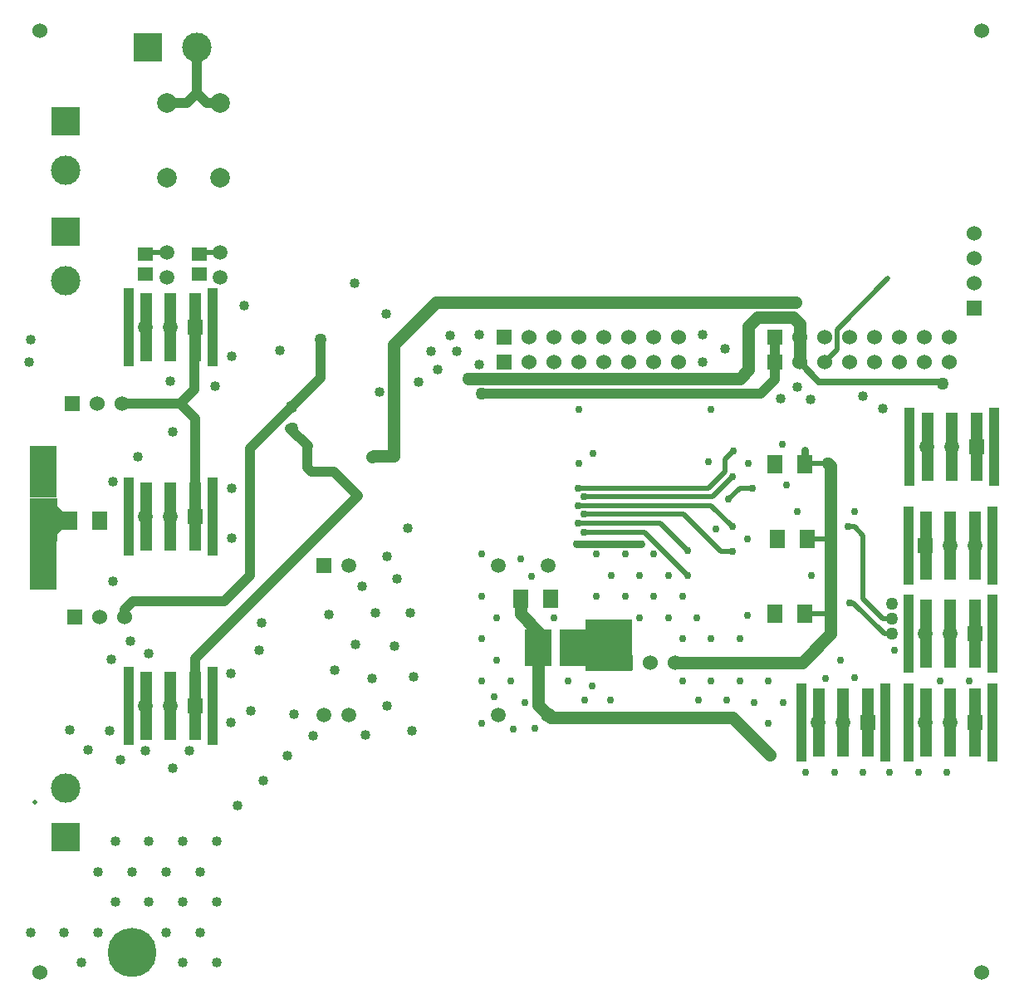
<source format=gbr>
G04 Layer_Physical_Order=1*
G04 Layer_Color=255*
%FSLAX25Y25*%
%MOIN*%
%TF.FileFunction,Copper,L1,Top,Signal*%
%TF.Part,Single*%
G01*
G75*
%TA.AperFunction,SMDPad,CuDef*%
%ADD10R,0.05905X0.07480*%
%ADD11R,0.10709X0.14843*%
%ADD12R,0.04882X0.27559*%
%ADD13R,0.04331X0.31496*%
%TA.AperFunction,ConnectorPad*%
%ADD14R,0.04882X0.27559*%
%ADD15R,0.04331X0.31496*%
%TA.AperFunction,SMDPad,CuDef*%
%ADD16R,0.05905X0.05512*%
%TA.AperFunction,Conductor*%
%ADD17C,0.02000*%
%ADD18C,0.05000*%
%ADD19C,0.02500*%
%ADD20C,0.04000*%
%ADD21C,0.03000*%
%ADD22R,0.19000X0.21000*%
%ADD23R,0.11000X0.19500*%
%ADD24R,0.11000X0.21000*%
%TA.AperFunction,ComponentPad*%
%ADD25R,0.06000X0.06000*%
%ADD26C,0.06000*%
%TA.AperFunction,WasherPad*%
%ADD27C,0.06000*%
%TA.AperFunction,ViaPad*%
%ADD28C,0.19685*%
%TA.AperFunction,ComponentPad*%
%ADD29R,0.11811X0.11811*%
%ADD30C,0.11811*%
%ADD31R,0.11811X0.11811*%
%ADD32C,0.05905*%
%ADD33R,0.05905X0.05905*%
%ADD34R,0.06000X0.06000*%
%ADD35R,0.05905X0.05905*%
%ADD36C,0.07874*%
%TA.AperFunction,ViaPad*%
%ADD37C,0.05000*%
%ADD38C,0.04000*%
%ADD39C,0.03000*%
%ADD40C,0.02000*%
G36*
X14600Y167800D02*
X17100Y165300D01*
X17100Y158615D01*
X14600Y156115D01*
Y153300D01*
X3600Y153300D01*
Y170800D01*
X14600D01*
X14600Y167800D01*
D02*
G37*
D10*
X31702Y161800D02*
D03*
X19498D02*
D03*
X212702Y130300D02*
D03*
X200498D02*
D03*
X302498Y184268D02*
D03*
X314702D02*
D03*
X303498Y154300D02*
D03*
X315702D02*
D03*
X302498Y124300D02*
D03*
X314702D02*
D03*
D11*
X221568Y110800D02*
D03*
X207631D02*
D03*
D12*
X60100Y239300D02*
D03*
X69943D02*
D03*
X50258D02*
D03*
X60100Y163350D02*
D03*
X69943D02*
D03*
X50258D02*
D03*
X60100Y87400D02*
D03*
X69943D02*
D03*
X50258D02*
D03*
X330100Y80800D02*
D03*
X339943D02*
D03*
X320258D02*
D03*
D13*
X43151Y239300D02*
D03*
X77049D02*
D03*
X43151Y163350D02*
D03*
X77049D02*
D03*
X43151Y87400D02*
D03*
X77049D02*
D03*
X313151Y80800D02*
D03*
X347049D02*
D03*
D14*
X373700Y191300D02*
D03*
X383543D02*
D03*
X363858D02*
D03*
X373100Y151800D02*
D03*
X363257D02*
D03*
X382942D02*
D03*
X373100Y80800D02*
D03*
X382942D02*
D03*
X363257D02*
D03*
X373100Y116341D02*
D03*
X382942D02*
D03*
X363257D02*
D03*
D15*
X356751Y191300D02*
D03*
X390649D02*
D03*
X390048Y151800D02*
D03*
X356151D02*
D03*
X356151Y80800D02*
D03*
X390049D02*
D03*
X356151Y116341D02*
D03*
X390049D02*
D03*
D16*
X50100Y260863D02*
D03*
Y268737D02*
D03*
X71600Y260863D02*
D03*
Y268737D02*
D03*
D17*
X327600Y238500D02*
X348063Y258963D01*
X327600Y230300D02*
Y238500D01*
X265984Y164300D02*
X280984Y149300D01*
X226100Y164300D02*
X265984D01*
X280984Y149300D02*
X285600D01*
X250278Y157122D02*
X267600Y139800D01*
X226100Y157122D02*
X250278D01*
X256742Y160658D02*
X267600Y149800D01*
X223600Y160658D02*
X256742D01*
X277100Y167800D02*
X285600Y159300D01*
X223600Y167800D02*
X277100D01*
X277600Y171300D02*
X285600Y179300D01*
X226100Y171300D02*
X277600D01*
X282600Y186300D02*
X286100Y189800D01*
X282600Y181300D02*
Y186300D01*
X276100Y174800D02*
X282600Y181300D01*
X223600Y174800D02*
X276100D01*
X288635D02*
X293600D01*
X284100Y170264D02*
X288635Y174800D01*
X346600Y116300D02*
X349600D01*
X334100Y128800D02*
X346600Y116300D01*
X332600Y128800D02*
X334100D01*
X346100Y122300D02*
X349600D01*
X338100Y130300D02*
X346100Y122300D01*
X338100Y130300D02*
Y155800D01*
X334600Y159300D02*
X338100Y155800D01*
X332100Y159300D02*
X334600D01*
X315702Y124300D02*
X325100D01*
X315202Y123800D02*
X315702Y124300D01*
X314702D02*
X315202Y123800D01*
X315702Y154300D02*
X325100D01*
X314702Y184268D02*
X315234Y184800D01*
X324100D01*
X58479Y269300D02*
Y271179D01*
X50663Y269300D02*
X58479D01*
X50100Y268737D02*
X50663Y269300D01*
X71600Y268737D02*
X72163Y269300D01*
X322600Y225300D02*
X327600Y230300D01*
X72163Y269300D02*
X79979D01*
D18*
X149600Y187737D02*
Y232300D01*
X166600Y249300D02*
X311100D01*
X149600Y232300D02*
X166600Y249300D01*
X141100Y187300D02*
X141537Y187737D01*
X149600D01*
X179600Y218800D02*
X288600D01*
X292100Y222300D01*
Y239800D01*
X295600Y243300D01*
X310100D01*
X312600Y240800D01*
Y235300D02*
Y240800D01*
Y225300D02*
Y235300D01*
X285600Y82800D02*
X300600Y67800D01*
X313600Y104800D02*
X325100Y116300D01*
Y124300D01*
Y154300D01*
X324100Y184800D02*
X325100Y183800D01*
Y154300D02*
Y183800D01*
X262600Y104800D02*
X313600D01*
X207631Y87769D02*
Y110800D01*
Y87769D02*
X212600Y82800D01*
X285600D01*
X200498Y124302D02*
Y130300D01*
Y124302D02*
X207631Y117168D01*
Y110800D02*
Y117168D01*
D19*
X352600Y235300D02*
X352700Y235400D01*
X312600Y225300D02*
X320400Y217500D01*
X369300D02*
X370100Y216700D01*
X320400Y217500D02*
X369300D01*
D20*
X92100Y190800D02*
X108600Y207300D01*
X108100Y198800D02*
X109100D01*
X185100Y212800D02*
X236600D01*
X70100Y163350D02*
Y202800D01*
X64100Y208800D02*
X70100Y202800D01*
X302600Y225300D02*
Y235300D01*
Y218300D02*
Y225300D01*
X297100Y212800D02*
X302600Y218300D01*
X236600Y212800D02*
X297100D01*
X58479Y329300D02*
X66600D01*
X70655Y333355D01*
Y351800D01*
X74711Y329300D02*
X79979D01*
X70655Y333355D02*
X74711Y329300D01*
X50100Y239300D02*
X50100Y239300D01*
X69600Y238800D02*
X70100Y239300D01*
X69600Y214300D02*
Y238800D01*
X40600Y208800D02*
X64100D01*
X69600Y214300D01*
X108600Y207300D02*
X120318Y219019D01*
X41584Y125984D02*
X44900Y129300D01*
X41584Y123000D02*
Y125984D01*
X120318Y219019D02*
Y234250D01*
X69943Y87400D02*
Y106243D01*
X44900Y129300D02*
X81700D01*
X92100Y139700D01*
Y190800D01*
X69943Y106243D02*
X135300Y171600D01*
X125471Y181429D02*
X135300Y171600D01*
X125243Y181200D02*
X125471Y181429D01*
X116757Y181200D02*
X125243D01*
X115000Y182957D02*
X116757Y181200D01*
X115000Y182957D02*
Y191443D01*
X115229Y191671D01*
X108100Y198800D02*
X115229Y191671D01*
D21*
X223100Y152300D02*
X249100D01*
X314702Y184268D02*
Y190198D01*
D22*
X236100Y111800D02*
D03*
D23*
X9100Y143550D02*
D03*
D24*
X9100Y181300D02*
D03*
D25*
X382600Y246900D02*
D03*
D26*
Y256900D02*
D03*
Y266900D02*
D03*
Y276900D02*
D03*
X214100Y235300D02*
D03*
X204100D02*
D03*
X264100D02*
D03*
X254100D02*
D03*
X244100D02*
D03*
X234100D02*
D03*
X224100D02*
D03*
X214100Y225300D02*
D03*
X204100D02*
D03*
X264100D02*
D03*
X254100D02*
D03*
X244100D02*
D03*
X234100D02*
D03*
X224100D02*
D03*
X322600D02*
D03*
X312600D02*
D03*
X372600D02*
D03*
X362600D02*
D03*
X352600D02*
D03*
X342600D02*
D03*
X332600D02*
D03*
X322600Y235300D02*
D03*
X312600D02*
D03*
X372600D02*
D03*
X362600D02*
D03*
X352600D02*
D03*
X342600D02*
D03*
X332600D02*
D03*
X252600Y104800D02*
D03*
X262600D02*
D03*
X31584Y123000D02*
D03*
X41584D02*
D03*
X30600Y208800D02*
D03*
X40600D02*
D03*
D27*
X7600Y358253D02*
D03*
X385553D02*
D03*
Y-19700D02*
D03*
X7600D02*
D03*
D28*
X44700Y-11600D02*
D03*
D29*
X18100Y34558D02*
D03*
X17866Y322143D02*
D03*
Y277642D02*
D03*
D30*
X18100Y54242D02*
D03*
X70655Y351800D02*
D03*
X17866Y302457D02*
D03*
Y257958D02*
D03*
D31*
X50970Y351800D02*
D03*
D32*
X50100Y239300D02*
D03*
X60100D02*
D03*
X50100Y163350D02*
D03*
X60100D02*
D03*
X50100Y87400D02*
D03*
X60100D02*
D03*
X363700Y191300D02*
D03*
X373700D02*
D03*
X383100Y151800D02*
D03*
X373100D02*
D03*
X320100Y80800D02*
D03*
X330100D02*
D03*
X363100Y80800D02*
D03*
X373100D02*
D03*
X363100Y116341D02*
D03*
X373100D02*
D03*
X211700Y143700D02*
D03*
X191700D02*
D03*
X131700D02*
D03*
X121700Y83700D02*
D03*
X211700D02*
D03*
X191700D02*
D03*
X131700D02*
D03*
X58479Y269300D02*
D03*
Y259300D02*
D03*
X79979Y269300D02*
D03*
Y259300D02*
D03*
D33*
X70100Y239300D02*
D03*
Y163350D02*
D03*
Y87400D02*
D03*
X383700Y191300D02*
D03*
X363100Y151800D02*
D03*
X340100Y80800D02*
D03*
X383100Y80800D02*
D03*
Y116341D02*
D03*
D34*
X194100Y235300D02*
D03*
Y225300D02*
D03*
X302600D02*
D03*
Y235300D02*
D03*
X242600Y104800D02*
D03*
X21584Y123000D02*
D03*
X20600Y208800D02*
D03*
D35*
X121700Y143700D02*
D03*
D36*
X58479Y329300D02*
D03*
Y299300D02*
D03*
X79979Y329300D02*
D03*
Y299300D02*
D03*
D37*
X370100Y216700D02*
D03*
X349600Y122300D02*
D03*
X109100Y198800D02*
D03*
X185100Y212800D02*
D03*
X179600Y218800D02*
D03*
X300600Y67800D02*
D03*
X325100Y124300D02*
D03*
Y154300D02*
D03*
X324100Y184800D02*
D03*
X349600Y128300D02*
D03*
Y116300D02*
D03*
X108600Y207300D02*
D03*
X120318Y234250D02*
D03*
D38*
X84600Y174800D02*
D03*
Y154800D02*
D03*
X150100Y111400D02*
D03*
X137100Y135200D02*
D03*
X51400Y108200D02*
D03*
X43800Y113400D02*
D03*
X78100Y215800D02*
D03*
X84600Y227800D02*
D03*
X103900Y230100D02*
D03*
X4100Y234500D02*
D03*
X59900Y217800D02*
D03*
X3400Y225300D02*
D03*
X61100Y197300D02*
D03*
X47100Y187300D02*
D03*
X37100Y177300D02*
D03*
Y137300D02*
D03*
X84135Y100353D02*
D03*
Y80570D02*
D03*
X67600Y69300D02*
D03*
X50100D02*
D03*
X40000Y65700D02*
D03*
X19600Y77800D02*
D03*
X92400Y85400D02*
D03*
X35600Y77300D02*
D03*
X60900Y62200D02*
D03*
X27100Y69800D02*
D03*
X87100Y47300D02*
D03*
X97400Y57400D02*
D03*
X107100Y67300D02*
D03*
X36300Y106000D02*
D03*
X95600Y109600D02*
D03*
X155200Y158700D02*
D03*
X147100Y147300D02*
D03*
X151100Y138500D02*
D03*
X142300Y124600D02*
D03*
X156400D02*
D03*
X134200Y111900D02*
D03*
X140800Y98200D02*
D03*
X147100Y87300D02*
D03*
X126100Y101600D02*
D03*
X123500Y124000D02*
D03*
X96500Y120800D02*
D03*
X157700Y99100D02*
D03*
X117300Y75400D02*
D03*
X138400Y75800D02*
D03*
X157100Y77300D02*
D03*
X133900Y257000D02*
D03*
X89500Y248100D02*
D03*
X146600Y244605D02*
D03*
X143900Y213500D02*
D03*
X164700Y229700D02*
D03*
X159500Y217400D02*
D03*
X175100Y229800D02*
D03*
X184100Y236300D02*
D03*
X172300Y236000D02*
D03*
X167300Y222200D02*
D03*
X184100Y224300D02*
D03*
X282600Y230800D02*
D03*
X273600Y236300D02*
D03*
Y225300D02*
D03*
X317100Y210300D02*
D03*
X311600Y215300D02*
D03*
X305100Y210800D02*
D03*
X346100Y206800D02*
D03*
X338100Y211800D02*
D03*
X109500Y84000D02*
D03*
X78600Y33000D02*
D03*
X65000D02*
D03*
X58200Y20800D02*
D03*
X71800D02*
D03*
X44600D02*
D03*
X51400Y33000D02*
D03*
Y8600D02*
D03*
X78600D02*
D03*
X65000D02*
D03*
X44600Y-3600D02*
D03*
X71800D02*
D03*
X58200D02*
D03*
X51400Y-15800D02*
D03*
X78600D02*
D03*
X65000D02*
D03*
X37800Y8600D02*
D03*
Y33000D02*
D03*
Y-15800D02*
D03*
X31000Y20800D02*
D03*
Y-3600D02*
D03*
X17400D02*
D03*
X3800D02*
D03*
X24200Y-15800D02*
D03*
D39*
X371624Y60705D02*
D03*
X315100Y60800D02*
D03*
X326600D02*
D03*
X338100D02*
D03*
X305600Y192339D02*
D03*
X197575Y77945D02*
D03*
X185100Y80300D02*
D03*
X206298Y78498D02*
D03*
X288600Y97300D02*
D03*
X277100D02*
D03*
X265600D02*
D03*
X283350Y89800D02*
D03*
X271850D02*
D03*
X229298Y95498D02*
D03*
X185100Y97300D02*
D03*
X189874Y91155D02*
D03*
X190850Y105800D02*
D03*
X196600Y97300D02*
D03*
X202350Y88800D02*
D03*
X226350Y89800D02*
D03*
X236500D02*
D03*
X219600Y97300D02*
D03*
X323100Y98300D02*
D03*
X305850Y88800D02*
D03*
X300100Y97300D02*
D03*
X294350Y88800D02*
D03*
X334600Y98800D02*
D03*
X328850Y105800D02*
D03*
X350600Y109800D02*
D03*
X369100Y97300D02*
D03*
X380600D02*
D03*
X360124Y60705D02*
D03*
X348624D02*
D03*
X300100Y80300D02*
D03*
X317350Y139800D02*
D03*
X334600Y165300D02*
D03*
X311600D02*
D03*
X307419Y176198D02*
D03*
X229600Y188800D02*
D03*
X279100Y158300D02*
D03*
X259850Y139800D02*
D03*
X265600Y131300D02*
D03*
X271350Y122800D02*
D03*
X254100Y148300D02*
D03*
X242600D02*
D03*
X231100D02*
D03*
X248350Y139800D02*
D03*
X236850D02*
D03*
X254100Y131300D02*
D03*
X242600D02*
D03*
X231100D02*
D03*
X185100D02*
D03*
Y114300D02*
D03*
X190850Y122800D02*
D03*
X213850D02*
D03*
X248350D02*
D03*
X288600Y114300D02*
D03*
X277100D02*
D03*
X259850Y122800D02*
D03*
X265600Y114300D02*
D03*
X204800Y139300D02*
D03*
X185100Y148300D02*
D03*
X200600Y146300D02*
D03*
X277100Y206300D02*
D03*
X224100Y206453D02*
D03*
X236600Y212800D02*
D03*
X223100Y152300D02*
D03*
X249100D02*
D03*
X276100Y185300D02*
D03*
X224100Y184800D02*
D03*
X292100D02*
D03*
X291600Y154300D02*
D03*
Y123800D02*
D03*
X267600Y139800D02*
D03*
Y149800D02*
D03*
X285600Y149300D02*
D03*
Y159300D02*
D03*
X286100Y189800D02*
D03*
X285600Y179300D02*
D03*
X284100Y170264D02*
D03*
X293600Y174800D02*
D03*
X226100Y157122D02*
D03*
X223600Y160658D02*
D03*
X226100Y164300D02*
D03*
Y171300D02*
D03*
X223600Y167800D02*
D03*
Y174800D02*
D03*
X332600Y128800D02*
D03*
X332100Y159300D02*
D03*
X6600Y189800D02*
D03*
X11600D02*
D03*
X5100Y136300D02*
D03*
X12600D02*
D03*
D40*
X5600Y48700D02*
D03*
%TF.MD5,598daaea2b23bacfff1874ba8e5e88ce*%
M02*

</source>
